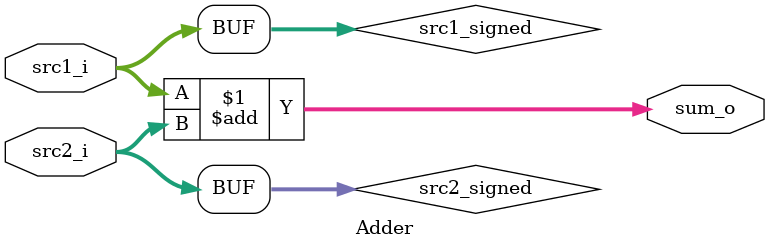
<source format=v>
module Adder(
    src1_i,
	src2_i,
	sum_o
	);
     
//I/O ports
input  [64-1:0]  src1_i;
input  [64-1:0]	 src2_i;
output [64-1:0]	 sum_o;

//Internal Signals
wire    [64-1:0]	 sum_o;

//Parameter
wire signed [63:0] src1_signed;
wire signed [63:0] src2_signed;
assign src1_signed = src1_i;
assign src2_signed = src2_i;

//Main function
assign sum_o = src1_signed + src2_signed;


endmodule
</source>
